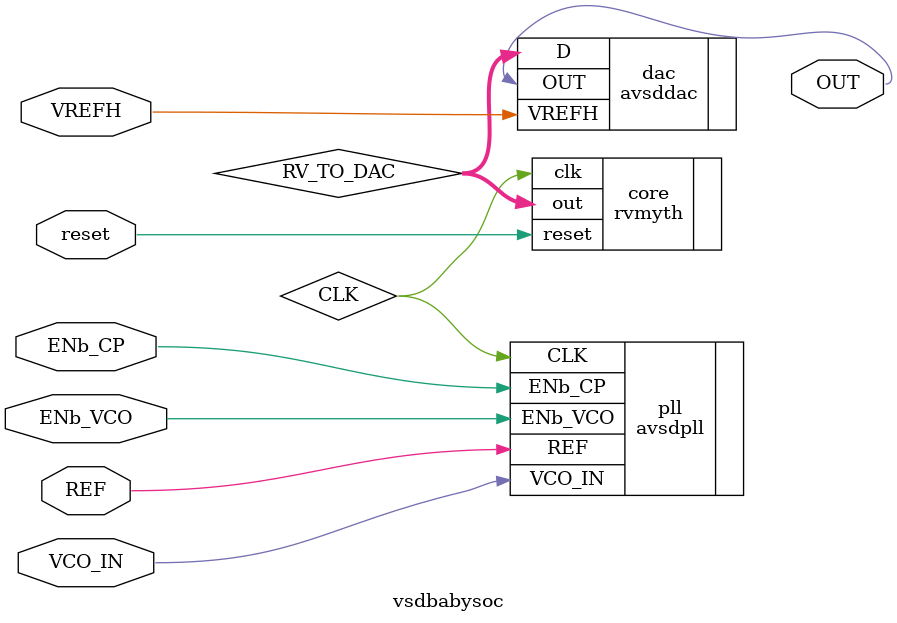
<source format=v>
module vsdbabysoc (
   output wire OUT,
   //
   input  wire reset,
   //
   input  wire VCO_IN,
   input  wire ENb_CP,
   input  wire ENb_VCO,
   input  wire REF,
   //
   // input  wire VREFL,
   input  wire VREFH
);

   wire CLK;
   wire [9:0] RV_TO_DAC;

   rvmyth core (
      .out(RV_TO_DAC),
      .clk(CLK),
      .reset(reset)
   );

   avsdpll pll (
      .CLK(CLK),
      .VCO_IN(VCO_IN),
      .ENb_CP(ENb_CP),
      .ENb_VCO(ENb_VCO),
      .REF(REF)
   );

   avsddac dac (
      .OUT(OUT),
      .D(RV_TO_DAC),
      // .VREFL(VREFL),
      .VREFH(VREFH)
   );
   
endmodule

</source>
